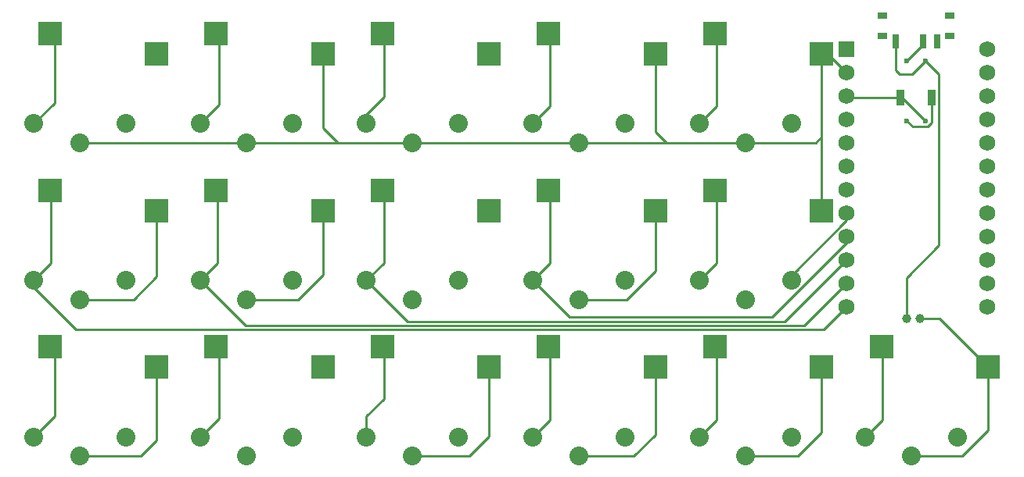
<source format=gbr>
%TF.GenerationSoftware,KiCad,Pcbnew,(6.0.7-1)-1*%
%TF.CreationDate,2022-10-23T13:43:15-07:00*%
%TF.ProjectId,card,63617264-2e6b-4696-9361-645f70636258,v1.0.0*%
%TF.SameCoordinates,Original*%
%TF.FileFunction,Copper,L2,Bot*%
%TF.FilePolarity,Positive*%
%FSLAX46Y46*%
G04 Gerber Fmt 4.6, Leading zero omitted, Abs format (unit mm)*
G04 Created by KiCad (PCBNEW (6.0.7-1)-1) date 2022-10-23 13:43:15*
%MOMM*%
%LPD*%
G01*
G04 APERTURE LIST*
%TA.AperFunction,ComponentPad*%
%ADD10C,1.000000*%
%TD*%
%TA.AperFunction,SMDPad,CuDef*%
%ADD11R,1.000000X0.800000*%
%TD*%
%TA.AperFunction,SMDPad,CuDef*%
%ADD12R,0.700000X1.500000*%
%TD*%
%TA.AperFunction,ComponentPad*%
%ADD13C,2.032000*%
%TD*%
%TA.AperFunction,SMDPad,CuDef*%
%ADD14R,2.600000X2.600000*%
%TD*%
%TA.AperFunction,ComponentPad*%
%ADD15C,0.600000*%
%TD*%
%TA.AperFunction,SMDPad,CuDef*%
%ADD16R,0.900000X1.700000*%
%TD*%
%TA.AperFunction,ComponentPad*%
%ADD17R,1.752600X1.752600*%
%TD*%
%TA.AperFunction,ComponentPad*%
%ADD18C,1.752600*%
%TD*%
%TA.AperFunction,Conductor*%
%ADD19C,0.250000*%
%TD*%
G04 APERTURE END LIST*
D10*
%TO.P,,1*%
%TO.N,pos*%
X107450000Y9000000D03*
%TO.P,,2*%
%TO.N,GND*%
X108950000Y9000000D03*
%TD*%
D11*
%TO.P,,*%
%TO.N,*%
X112150000Y39720000D03*
X104850000Y39720000D03*
X112150000Y41930000D03*
X104850000Y41930000D03*
D12*
%TO.P,,1*%
%TO.N,pos*%
X106250000Y39070000D03*
%TO.P,,2*%
%TO.N,RAW*%
X109250000Y39070000D03*
%TO.P,,3*%
%TO.N,N/C*%
X110750000Y39070000D03*
%TD*%
D13*
%TO.P,S24,1*%
%TO.N,P21*%
X77000000Y30200000D03*
X67000000Y30200000D03*
%TO.P,S24,2*%
%TO.N,GND*%
X72000000Y28100000D03*
X72000000Y28100000D03*
%TD*%
D14*
%TO.P,S31,1*%
%TO.N,P9*%
X104725000Y5950000D03*
%TO.P,S31,2*%
%TO.N,GND*%
X116275000Y3750000D03*
%TD*%
D13*
%TO.P,S18,1*%
%TO.N,P3*%
X49000000Y30200000D03*
X59000000Y30200000D03*
%TO.P,S18,2*%
%TO.N,GND*%
X54000000Y28100000D03*
X54000000Y28100000D03*
%TD*%
%TO.P,S6,1*%
%TO.N,P19*%
X13000000Y30200000D03*
X23000000Y30200000D03*
%TO.P,S6,2*%
%TO.N,GND*%
X18000000Y28100000D03*
X18000000Y28100000D03*
%TD*%
D15*
%TO.P,REF\u002A\u002A,1*%
%TO.N,RAW*%
X107500000Y37000000D03*
%TD*%
D14*
%TO.P,S15,1*%
%TO.N,P14*%
X50725000Y22950000D03*
%TO.P,S15,2*%
%TO.N,GND*%
X62275000Y20750000D03*
%TD*%
D13*
%TO.P,S28,1*%
%TO.N,P18*%
X95000000Y13200000D03*
X85000000Y13200000D03*
%TO.P,S28,2*%
%TO.N,GND*%
X90000000Y11100000D03*
X90000000Y11100000D03*
%TD*%
%TO.P,S8,1*%
%TO.N,P5*%
X31000000Y-3800000D03*
X41000000Y-3800000D03*
%TO.P,S8,2*%
%TO.N,GND*%
X36000000Y-5900000D03*
X36000000Y-5900000D03*
%TD*%
D14*
%TO.P,S19,1*%
%TO.N,P7*%
X68725000Y5950000D03*
%TO.P,S19,2*%
%TO.N,GND*%
X80275000Y3750000D03*
%TD*%
%TO.P,S11,1*%
%TO.N,P20*%
X32725000Y39950000D03*
%TO.P,S11,2*%
%TO.N,GND*%
X44275000Y37750000D03*
%TD*%
%TO.P,S7,1*%
%TO.N,P5*%
X32725000Y5950000D03*
%TO.P,S7,2*%
%TO.N,GND*%
X44275000Y3750000D03*
%TD*%
D13*
%TO.P,S22,1*%
%TO.N,P15*%
X67000000Y13200000D03*
X77000000Y13200000D03*
%TO.P,S22,2*%
%TO.N,GND*%
X72000000Y11100000D03*
X72000000Y11100000D03*
%TD*%
D14*
%TO.P,S27,1*%
%TO.N,P18*%
X86725000Y22950000D03*
%TO.P,S27,2*%
%TO.N,GND*%
X98275000Y20750000D03*
%TD*%
%TO.P,S9,1*%
%TO.N,P16*%
X32725000Y22950000D03*
%TO.P,S9,2*%
%TO.N,GND*%
X44275000Y20750000D03*
%TD*%
D13*
%TO.P,S12,1*%
%TO.N,P20*%
X41000000Y30200000D03*
X31000000Y30200000D03*
%TO.P,S12,2*%
%TO.N,GND*%
X36000000Y28100000D03*
X36000000Y28100000D03*
%TD*%
D15*
%TO.P,REF\u002A\u002A,1*%
%TO.N,pos*%
X109500000Y37000000D03*
%TD*%
D16*
%TO.P,,1*%
%TO.N,RST*%
X106800000Y33000000D03*
%TO.P,,2*%
%TO.N,GND*%
X110200000Y33000000D03*
%TD*%
D14*
%TO.P,S17,1*%
%TO.N,P3*%
X50725000Y39950000D03*
%TO.P,S17,2*%
%TO.N,GND*%
X62275000Y37750000D03*
%TD*%
%TO.P,S21,1*%
%TO.N,P15*%
X68725000Y22950000D03*
%TO.P,S21,2*%
%TO.N,GND*%
X80275000Y20750000D03*
%TD*%
%TO.P,S25,1*%
%TO.N,P8*%
X86725000Y5950000D03*
%TO.P,S25,2*%
%TO.N,GND*%
X98275000Y3750000D03*
%TD*%
D13*
%TO.P,S26,1*%
%TO.N,P8*%
X85000000Y-3800000D03*
X95000000Y-3800000D03*
%TO.P,S26,2*%
%TO.N,GND*%
X90000000Y-5900000D03*
X90000000Y-5900000D03*
%TD*%
D14*
%TO.P,S3,1*%
%TO.N,P10*%
X14725000Y22950000D03*
%TO.P,S3,2*%
%TO.N,GND*%
X26275000Y20750000D03*
%TD*%
%TO.P,S5,1*%
%TO.N,P19*%
X14725000Y39950000D03*
%TO.P,S5,2*%
%TO.N,GND*%
X26275000Y37750000D03*
%TD*%
D13*
%TO.P,S2,1*%
%TO.N,P4*%
X23000000Y-3800000D03*
X13000000Y-3800000D03*
%TO.P,S2,2*%
%TO.N,GND*%
X18000000Y-5900000D03*
X18000000Y-5900000D03*
%TD*%
%TO.P,S16,1*%
%TO.N,P14*%
X49000000Y13200000D03*
X59000000Y13200000D03*
%TO.P,S16,2*%
%TO.N,GND*%
X54000000Y11100000D03*
X54000000Y11100000D03*
%TD*%
%TO.P,S30,1*%
%TO.N,P2*%
X85000000Y30200000D03*
X95000000Y30200000D03*
%TO.P,S30,2*%
%TO.N,GND*%
X90000000Y28100000D03*
X90000000Y28100000D03*
%TD*%
%TO.P,S14,1*%
%TO.N,P6*%
X59000000Y-3800000D03*
X49000000Y-3800000D03*
%TO.P,S14,2*%
%TO.N,GND*%
X54000000Y-5900000D03*
X54000000Y-5900000D03*
%TD*%
%TO.P,S4,1*%
%TO.N,P10*%
X23000000Y13200000D03*
X13000000Y13200000D03*
%TO.P,S4,2*%
%TO.N,GND*%
X18000000Y11100000D03*
X18000000Y11100000D03*
%TD*%
%TO.P,S32,1*%
%TO.N,P9*%
X103000000Y-3800000D03*
X113000000Y-3800000D03*
%TO.P,S32,2*%
%TO.N,GND*%
X108000000Y-5900000D03*
X108000000Y-5900000D03*
%TD*%
D15*
%TO.P,REF\u002A\u002A,1*%
%TO.N,GND*%
X107500000Y30500000D03*
%TD*%
D14*
%TO.P,S29,1*%
%TO.N,P2*%
X86725000Y39950000D03*
%TO.P,S29,2*%
%TO.N,GND*%
X98275000Y37750000D03*
%TD*%
%TO.P,S13,1*%
%TO.N,P6*%
X50725000Y5950000D03*
%TO.P,S13,2*%
%TO.N,GND*%
X62275000Y3750000D03*
%TD*%
%TO.P,S23,1*%
%TO.N,P21*%
X68725000Y39950000D03*
%TO.P,S23,2*%
%TO.N,GND*%
X80275000Y37750000D03*
%TD*%
D13*
%TO.P,S20,1*%
%TO.N,P7*%
X77000000Y-3800000D03*
X67000000Y-3800000D03*
%TO.P,S20,2*%
%TO.N,GND*%
X72000000Y-5900000D03*
X72000000Y-5900000D03*
%TD*%
D17*
%TO.P,MCU1,1*%
%TO.N,RAW*%
X100980000Y38270000D03*
D18*
%TO.P,MCU1,2*%
%TO.N,GND*%
X100980000Y35730000D03*
%TO.P,MCU1,3*%
%TO.N,RST*%
X100980000Y33190000D03*
%TO.P,MCU1,4*%
%TO.N,VCC*%
X100980000Y30650000D03*
%TO.P,MCU1,5*%
%TO.N,P21*%
X100980000Y28110000D03*
%TO.P,MCU1,6*%
%TO.N,P20*%
X100980000Y25570000D03*
%TO.P,MCU1,7*%
%TO.N,P19*%
X100980000Y23030000D03*
%TO.P,MCU1,8*%
%TO.N,P18*%
X100980000Y20490000D03*
%TO.P,MCU1,9*%
%TO.N,P15*%
X100980000Y17950000D03*
%TO.P,MCU1,10*%
%TO.N,P14*%
X100980000Y15410000D03*
%TO.P,MCU1,11*%
%TO.N,P16*%
X100980000Y12870000D03*
%TO.P,MCU1,12*%
%TO.N,P10*%
X100980000Y10330000D03*
%TO.P,MCU1,13*%
%TO.N,P1*%
X116220000Y38270000D03*
%TO.P,MCU1,14*%
%TO.N,P0*%
X116220000Y35730000D03*
%TO.P,MCU1,15*%
%TO.N,GND*%
X116220000Y33190000D03*
%TO.P,MCU1,16*%
X116220000Y30650000D03*
%TO.P,MCU1,17*%
%TO.N,P2*%
X116220000Y28110000D03*
%TO.P,MCU1,18*%
%TO.N,P3*%
X116220000Y25570000D03*
%TO.P,MCU1,19*%
%TO.N,P4*%
X116220000Y23030000D03*
%TO.P,MCU1,20*%
%TO.N,P5*%
X116220000Y20490000D03*
%TO.P,MCU1,21*%
%TO.N,P6*%
X116220000Y17950000D03*
%TO.P,MCU1,22*%
%TO.N,P7*%
X116220000Y15410000D03*
%TO.P,MCU1,23*%
%TO.N,P8*%
X116220000Y12870000D03*
%TO.P,MCU1,24*%
%TO.N,P9*%
X116220000Y10330000D03*
%TD*%
D15*
%TO.P,REF\u002A\u002A,1*%
%TO.N,RST*%
X109500000Y30500000D03*
%TD*%
D13*
%TO.P,S10,1*%
%TO.N,P16*%
X41000000Y13200000D03*
X31000000Y13200000D03*
%TO.P,S10,2*%
%TO.N,GND*%
X36000000Y11100000D03*
X36000000Y11100000D03*
%TD*%
D14*
%TO.P,S1,1*%
%TO.N,P4*%
X14725000Y5950000D03*
%TO.P,S1,2*%
%TO.N,GND*%
X26275000Y3750000D03*
%TD*%
D19*
%TO.N,pos*%
X110975000Y35525000D02*
X110975000Y16995000D01*
X107450000Y9000000D02*
X107450000Y13470000D01*
X107450000Y13470000D02*
X110975000Y16995000D01*
%TO.N,GND*%
X98275000Y37750000D02*
X98960000Y37750000D01*
X98960000Y37750000D02*
X100980000Y35730000D01*
X98275000Y20750000D02*
X98275000Y28725000D01*
X98275000Y28725000D02*
X98275000Y37750000D01*
X97650000Y28100000D02*
X98275000Y28725000D01*
X90000000Y28100000D02*
X97650000Y28100000D01*
%TO.N,pos*%
X106250000Y35990000D02*
X106680000Y35560000D01*
X106250000Y39070000D02*
X106250000Y35990000D01*
X106680000Y35560000D02*
X108060000Y35560000D01*
X108060000Y35560000D02*
X109500000Y37000000D01*
%TO.N,RAW*%
X109250000Y39070000D02*
X109250000Y38750000D01*
X109250000Y38750000D02*
X107500000Y37000000D01*
%TO.N,RST*%
X106800000Y33000000D02*
X101170000Y33000000D01*
X101170000Y33000000D02*
X100980000Y33190000D01*
%TO.N,pos*%
X109500000Y37000000D02*
X110975000Y35525000D01*
%TO.N,GND*%
X110200000Y33000000D02*
X110200000Y30316116D01*
X109758884Y29875000D02*
X108125000Y29875000D01*
X110200000Y30316116D02*
X109758884Y29875000D01*
X108125000Y29875000D02*
X107500000Y30500000D01*
%TO.N,RST*%
X106800000Y33000000D02*
X107000000Y33000000D01*
X107000000Y33000000D02*
X109500000Y30500000D01*
%TO.N,GND*%
X90000000Y28100000D02*
X81440000Y28100000D01*
X81440000Y28100000D02*
X72000000Y28100000D01*
X80275000Y37750000D02*
X80275000Y29265000D01*
X80275000Y29265000D02*
X81440000Y28100000D01*
X54000000Y28100000D02*
X45880000Y28100000D01*
X45880000Y28100000D02*
X36000000Y28100000D01*
X44275000Y29705000D02*
X45880000Y28100000D01*
X44275000Y37750000D02*
X44275000Y29705000D01*
X36000000Y28100000D02*
X18000000Y28100000D01*
X72000000Y28100000D02*
X54000000Y28100000D01*
X26275000Y20750000D02*
X26275000Y13575000D01*
X26275000Y13575000D02*
X23800000Y11100000D01*
X23800000Y11100000D02*
X18000000Y11100000D01*
X36000000Y11100000D02*
X41580000Y11100000D01*
X44275000Y13795000D02*
X44275000Y20750000D01*
X41580000Y11100000D02*
X44275000Y13795000D01*
X80275000Y20750000D02*
X80275000Y14235000D01*
X80275000Y14235000D02*
X77140000Y11100000D01*
X77140000Y11100000D02*
X72000000Y11100000D01*
X26275000Y3750000D02*
X26275000Y-4205000D01*
X26275000Y-4205000D02*
X24580000Y-5900000D01*
X24580000Y-5900000D02*
X18000000Y-5900000D01*
X62275000Y3750000D02*
X62275000Y-3765000D01*
X62275000Y-3765000D02*
X60140000Y-5900000D01*
X60140000Y-5900000D02*
X54000000Y-5900000D01*
X80275000Y3750000D02*
X80275000Y-3545000D01*
X80275000Y-3545000D02*
X77920000Y-5900000D01*
X77920000Y-5900000D02*
X72000000Y-5900000D01*
X98275000Y3750000D02*
X98275000Y-3325000D01*
X98275000Y-3325000D02*
X95700000Y-5900000D01*
X95700000Y-5900000D02*
X90000000Y-5900000D01*
X116275000Y3750000D02*
X116275000Y-3105000D01*
X116275000Y-3105000D02*
X113480000Y-5900000D01*
X113480000Y-5900000D02*
X108000000Y-5900000D01*
X116275000Y3750000D02*
X111025000Y9000000D01*
X111025000Y9000000D02*
X108950000Y9000000D01*
%TO.N,P16*%
X100980000Y12870000D02*
X96385001Y8275001D01*
X35924999Y8275001D02*
X31000000Y13200000D01*
X96385001Y8275001D02*
X35924999Y8275001D01*
%TO.N,P14*%
X94295001Y8725001D02*
X100980000Y15410000D01*
%TO.N,P18*%
X100980000Y20490000D02*
X100980000Y19700000D01*
X95000000Y13720000D02*
X95000000Y13200000D01*
X100980000Y19700000D02*
X95000000Y13720000D01*
%TO.N,P15*%
X100980000Y17950000D02*
X100980000Y17283539D01*
X100980000Y17283539D02*
X92913180Y9216719D01*
X92913180Y9216719D02*
X70983281Y9216719D01*
X70983281Y9216719D02*
X67000000Y13200000D01*
%TO.N,P14*%
X94295001Y8725001D02*
X53474999Y8725001D01*
X53474999Y8725001D02*
X49000000Y13200000D01*
%TO.N,P10*%
X12700000Y12900000D02*
X13000000Y13200000D01*
X12700000Y12700000D02*
X12700000Y12900000D01*
X17574999Y7825001D02*
X12700000Y12700000D01*
X17574999Y7825001D02*
X98475001Y7825001D01*
X98475001Y7825001D02*
X100980000Y10330000D01*
%TO.N,P6*%
X49000000Y-3800000D02*
X49000000Y-1553303D01*
X49000000Y-1553303D02*
X50875001Y321698D01*
X50875001Y5799999D02*
X50875001Y321698D01*
X50725000Y5950000D02*
X50875001Y5799999D01*
%TO.N,P8*%
X86725000Y5950000D02*
X86875001Y6100001D01*
X86875001Y6100001D02*
X86875001Y-1924999D01*
X86875001Y-1924999D02*
X85000000Y-3800000D01*
%TO.N,P9*%
X104725000Y5950000D02*
X104875001Y6100001D01*
X104875001Y6100001D02*
X104875001Y-1924999D01*
X104875001Y-1924999D02*
X103000000Y-3800000D01*
%TO.N,P4*%
X15240000Y-1560000D02*
X15240000Y5435000D01*
X15240000Y5435000D02*
X14725000Y5950000D01*
X13000000Y-3800000D02*
X15240000Y-1560000D01*
%TO.N,P10*%
X14875001Y15075001D02*
X13000000Y13200000D01*
X14725000Y22950000D02*
X14875001Y23100001D01*
X14875001Y23100001D02*
X14875001Y15075001D01*
%TO.N,P19*%
X13000000Y30200000D02*
X15240000Y32440000D01*
X15240000Y32440000D02*
X15240000Y39435000D01*
X15240000Y39435000D02*
X14725000Y39950000D01*
%TO.N,P5*%
X31000000Y-3800000D02*
X33020000Y-1780000D01*
X33020000Y-1780000D02*
X33020000Y5080000D01*
%TO.N,P16*%
X32725000Y22950000D02*
X32875001Y23100001D01*
X32875001Y15075001D02*
X31000000Y13200000D01*
X32875001Y23100001D02*
X32875001Y15075001D01*
%TO.N,P20*%
X33020000Y32220000D02*
X33020000Y39655000D01*
X31000000Y30200000D02*
X33020000Y32220000D01*
X33020000Y39655000D02*
X32725000Y39950000D01*
%TO.N,P14*%
X50725000Y22950000D02*
X50875001Y22799999D01*
X50875001Y15075001D02*
X49000000Y13200000D01*
X50875001Y22799999D02*
X50875001Y15075001D01*
%TO.N,P3*%
X48540000Y30200000D02*
X49000000Y30200000D01*
X48260000Y30480000D02*
X48540000Y30200000D01*
X50875001Y33095001D02*
X48260000Y30480000D01*
X50875001Y39799999D02*
X50875001Y33095001D01*
X50725000Y39950000D02*
X50875001Y39799999D01*
%TO.N,P7*%
X67000000Y-3800000D02*
X68875001Y-1924999D01*
X68875001Y-1924999D02*
X68875001Y5080000D01*
%TO.N,P15*%
X66500000Y12700000D02*
X67000000Y13200000D01*
X68725000Y22950000D02*
X68875001Y22799999D01*
X68875001Y15075001D02*
X67000000Y13200000D01*
X68875001Y22799999D02*
X68875001Y15075001D01*
%TO.N,P21*%
X68725000Y39950000D02*
X68875001Y40100001D01*
X68875001Y40100001D02*
X68875001Y32075001D01*
X68875001Y32075001D02*
X67000000Y30200000D01*
%TO.N,P18*%
X85000000Y13200000D02*
X86875001Y15075001D01*
X86875001Y15075001D02*
X86875001Y22799999D01*
X86875001Y22799999D02*
X86725000Y22950000D01*
%TO.N,P2*%
X86875001Y32075001D02*
X86875001Y39799999D01*
X86875001Y39799999D02*
X86725000Y39950000D01*
X85000000Y30200000D02*
X86875001Y32075001D01*
%TD*%
M02*

</source>
